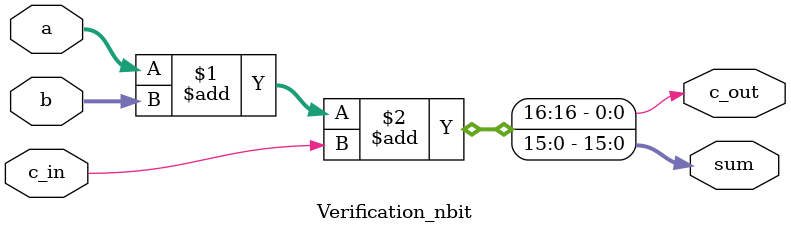
<source format=v>
`timescale 1ns / 1ns

module Verification_nbit(c_out, sum, a, b, c_in);

	parameter W = 16;

	input	[W-1:0] a, b; //declare inputs a, b, and c_in, one bit each
	input c_in;
	output c_out; //declare outputs c_out and sum, one bit each
	output [W-1:0]	sum;

	assign {c_out, sum} = a + b + c_in;

endmodule

</source>
